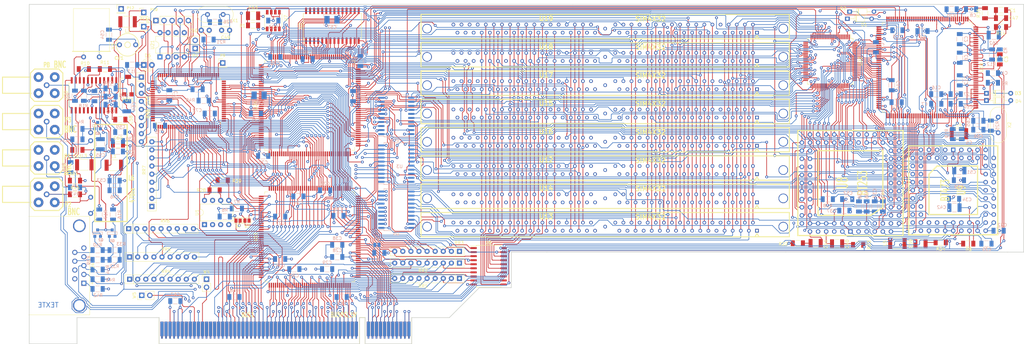
<source format=kicad_pcb>
(kicad_pcb (version 20211014) (generator pcbnew)

  (general
    (thickness 1.6002)
  )

  (paper "A3")
  (title_block
    (title "KiCad demo")
    (date "2015-10-14")
    (rev "1.A")
  )

  (layers
    (0 "F.Cu" signal "top_copper")
    (1 "In1.Cu" signal "GND_layer")
    (2 "In2.Cu" signal "VCC_layer")
    (31 "B.Cu" signal "bottom_copper")
    (32 "B.Adhes" user "B.Adhesive")
    (33 "F.Adhes" user "F.Adhesive")
    (34 "B.Paste" user)
    (35 "F.Paste" user)
    (36 "B.SilkS" user "B.Silkscreen")
    (37 "F.SilkS" user "F.Silkscreen")
    (38 "B.Mask" user)
    (39 "F.Mask" user)
    (40 "Dwgs.User" user "User.Drawings")
    (41 "Cmts.User" user "User.Comments")
    (42 "Eco1.User" user "User.Eco1")
    (43 "Eco2.User" user "User.Eco2")
    (44 "Edge.Cuts" user)
    (45 "Margin" user)
    (46 "B.CrtYd" user "B.Courtyard")
    (47 "F.CrtYd" user "F.Courtyard")
    (48 "B.Fab" user)
    (49 "F.Fab" user)
  )

  (setup
    (stackup
      (layer "F.SilkS" (type "Top Silk Screen") (color "White"))
      (layer "F.Paste" (type "Top Solder Paste"))
      (layer "F.Mask" (type "Top Solder Mask") (color "Green") (thickness 0.01))
      (layer "F.Cu" (type "copper") (thickness 0.035))
      (layer "dielectric 1" (type "core") (thickness 0.480066) (material "FR4") (epsilon_r 4.5) (loss_tangent 0.02))
      (layer "In1.Cu" (type "copper") (thickness 0.035))
      (layer "dielectric 2" (type "prepreg") (thickness 0.480066) (material "FR4") (epsilon_r 4.5) (loss_tangent 0.02))
      (layer "In2.Cu" (type "copper") (thickness 0.035))
      (layer "dielectric 3" (type "core") (thickness 0.480066) (material "FR4") (epsilon_r 4.5) (loss_tangent 0.02))
      (layer "B.Cu" (type "copper") (thickness 0.035))
      (layer "B.Mask" (type "Bottom Solder Mask") (color "Green") (thickness 0.01))
      (layer "B.Paste" (type "Bottom Solder Paste"))
      (layer "B.SilkS" (type "Bottom Silk Screen") (color "White"))
      (copper_finish "HAL lead-free")
      (dielectric_constraints no)
    )
    (pad_to_mask_clearance 0)
    (aux_axis_origin 40.9 173.1)
    (pcbplotparams
      (layerselection 0x00010fc_ffffffff)
      (disableapertmacros false)
      (usegerberextensions false)
      (usegerberattributes true)
      (usegerberadvancedattributes true)
      (creategerberjobfile true)
      (svguseinch false)
      (svgprecision 6)
      (excludeedgelayer false)
      (plotframeref false)
      (viasonmask false)
      (mode 1)
      (useauxorigin false)
      (hpglpennumber 1)
      (hpglpenspeed 20)
      (hpglpendiameter 15.000000)
      (dxfpolygonmode true)
      (dxfimperialunits true)
      (dxfusepcbnewfont true)
      (psnegative false)
      (psa4output false)
      (plotreference true)
      (plotvalue true)
      (plotinvisibletext false)
      (sketchpadsonfab false)
      (subtractmaskfromsilk false)
      (outputformat 1)
      (mirror false)
      (drillshape 0)
      (scaleselection 1)
      (outputdirectory "plots")
    )
  )

  (net 0 "")
  (net 1 "+12V")
  (net 2 "+3.3V")
  (net 3 "+5F")
  (net 4 "/ESVIDEO-RVB/OE_RVB-")
  (net 5 "/ESVIDEO-RVB/REF+")
  (net 6 "/ESVIDEO-RVB/VAA")
  (net 7 "/buspci.sch/EA1")
  (net 8 "/buspci.sch/EA10")
  (net 9 "/buspci.sch/EA11")
  (net 10 "/buspci.sch/EA12")
  (net 11 "/buspci.sch/EA13")
  (net 12 "/buspci.sch/EA14")
  (net 13 "/buspci.sch/EA15")
  (net 14 "/buspci.sch/EA2")
  (net 15 "/buspci.sch/EA3")
  (net 16 "/buspci.sch/EA4")
  (net 17 "/buspci.sch/EA5")
  (net 18 "/buspci.sch/EA6")
  (net 19 "/buspci.sch/EA7")
  (net 20 "/buspci.sch/EA9")
  (net 21 "/buspci.sch/EQ0")
  (net 22 "/buspci.sch/EQ1")
  (net 23 "/buspci.sch/EQ2")
  (net 24 "/buspci.sch/EQ3")
  (net 25 "/buspci.sch/EQ4")
  (net 26 "/buspci.sch/EQ5")
  (net 27 "/buspci.sch/EQ6")
  (net 28 "/buspci.sch/EQ7")
  (net 29 "/buspci.sch/P_AD0")
  (net 30 "/buspci.sch/P_AD1")
  (net 31 "/buspci.sch/P_AD10")
  (net 32 "/buspci.sch/P_AD11")
  (net 33 "/buspci.sch/P_AD12")
  (net 34 "/buspci.sch/P_AD13")
  (net 35 "/buspci.sch/P_AD14")
  (net 36 "/buspci.sch/P_AD15")
  (net 37 "/buspci.sch/P_AD16")
  (net 38 "/buspci.sch/P_AD17")
  (net 39 "/buspci.sch/P_AD18")
  (net 40 "/buspci.sch/P_AD19")
  (net 41 "/buspci.sch/P_AD2")
  (net 42 "/buspci.sch/P_AD20")
  (net 43 "/buspci.sch/P_AD21")
  (net 44 "/buspci.sch/P_AD22")
  (net 45 "/buspci.sch/P_AD23")
  (net 46 "/buspci.sch/P_AD24")
  (net 47 "/buspci.sch/P_AD25")
  (net 48 "/buspci.sch/P_AD26")
  (net 49 "/buspci.sch/P_AD27")
  (net 50 "/buspci.sch/P_AD28")
  (net 51 "/buspci.sch/P_AD29")
  (net 52 "/buspci.sch/P_AD3")
  (net 53 "/buspci.sch/P_AD30")
  (net 54 "/buspci.sch/P_AD31")
  (net 55 "/buspci.sch/P_AD4")
  (net 56 "/buspci.sch/P_AD5")
  (net 57 "/buspci.sch/P_AD6")
  (net 58 "/buspci.sch/P_AD7")
  (net 59 "/buspci.sch/P_AD8")
  (net 60 "/buspci.sch/P_AD9")
  (net 61 "unconnected-(BUS1-PadA1)")
  (net 62 "unconnected-(BUS1-PadA3)")
  (net 63 "unconnected-(BUS1-PadA7)")
  (net 64 "unconnected-(BUS1-PadA9)")
  (net 65 "/buspci.sch/P_CLK")
  (net 66 "/buspci.sch/P_DEVSEL#")
  (net 67 "/buspci.sch/P_FRAME#")
  (net 68 "/buspci.sch/P_GNT#")
  (net 69 "/buspci.sch/P_IDSEL")
  (net 70 "/buspci.sch/P_INTA#")
  (net 71 "/buspci.sch/P_IRDY#")
  (net 72 "/buspci.sch/P_LOCK#")
  (net 73 "/buspci.sch/P_PAR")
  (net 74 "/buspci.sch/P_PERR#")
  (net 75 "/buspci.sch/P_REQ#")
  (net 76 "/buspci.sch/P_RST#")
  (net 77 "/buspci.sch/P_SERR#")
  (net 78 "/buspci.sch/P_STOP#")
  (net 79 "/buspci.sch/P_TRDY#")
  (net 80 "/graphic/14MHZOUT")
  (net 81 "/graphic/CCLK")
  (net 82 "/graphic/CLK10MHz")
  (net 83 "/graphic/CSIO-")
  (net 84 "/graphic/DIN")
  (net 85 "/graphic/DONE")
  (net 86 "/graphic/HDOUT")
  (net 87 "/graphic/HDREFOUT")
  (net 88 "/graphic/IA0")
  (net 89 "/graphic/IA1")
  (net 90 "/graphic/IA2")
  (net 91 "/graphic/IA3")
  (net 92 "/graphic/IA4")
  (net 93 "/graphic/IA5")
  (net 94 "/graphic/IA6")
  (net 95 "/graphic/IA7")
  (net 96 "/graphic/IA8")
  (net 97 "/graphic/IA9")
  (net 98 "/graphic/ICAS-")
  (net 99 "/graphic/ID0")
  (net 100 "/graphic/ID1")
  (net 101 "/graphic/ID2")
  (net 102 "/graphic/ID3")
  (net 103 "/graphic/IOE-")
  (net 104 "/graphic/IRAS-")
  (net 105 "/graphic/IWR-")
  (net 106 "/graphic/LED")
  (net 107 "/graphic/PROG*")
  (net 108 "/graphic/RESERV1")
  (net 109 "/graphic/VOSC")
  (net 110 "/graphic/XTAL_I")
  (net 111 "/graphic/X_DIN")
  (net 112 "/modul/CHROM")
  (net 113 "/modul/CVBS")
  (net 114 "/modul/LUM")
  (net 115 "/pal-ntsc.sch/C-VIDEO")
  (net 116 "/pal-ntsc.sch/VAF")
  (net 117 "/pal-ntsc.sch/Y-VIDEO")
  (net 118 "/pal-ntsc.sch/Y_SYNC")
  (net 119 "GND")
  (net 120 "unconnected-(BUS1-PadA11)")
  (net 121 "unconnected-(BUS1-PadA14)")
  (net 122 "Net-(BUS1-PadA4)")
  (net 123 "unconnected-(BUS1-PadA19)")
  (net 124 "unconnected-(BUS1-PadA40)")
  (net 125 "Net-(BUS1-PadB9)")
  (net 126 "unconnected-(BUS1-PadA41)")
  (net 127 "Net-(BUS1-PadB11)")
  (net 128 "/buspci.sch/P_C{slash}BE0#")
  (net 129 "unconnected-(BUS1-PadA60)")
  (net 130 "unconnected-(BUS1-PadB1)")
  (net 131 "unconnected-(BUS1-PadB2)")
  (net 132 "unconnected-(BUS1-PadB7)")
  (net 133 "unconnected-(BUS1-PadB8)")
  (net 134 "unconnected-(BUS1-PadB10)")
  (net 135 "unconnected-(BUS1-PadB14)")
  (net 136 "/buspci.sch/P_C{slash}BE3#")
  (net 137 "/buspci.sch/P_C{slash}BE2#")
  (net 138 "/buspci.sch/P_C{slash}BE1#")
  (net 139 "unconnected-(BUS1-PadB60)")
  (net 140 "Net-(C1-Pad1)")
  (net 141 "Net-(C1-Pad2)")
  (net 142 "Net-(C3-Pad1)")
  (net 143 "Net-(C4-Pad1)")
  (net 144 "Net-(C5-Pad1)")
  (net 145 "Net-(C5-Pad2)")
  (net 146 "Net-(C6-Pad1)")
  (net 147 "Net-(C7-Pad1)")
  (net 148 "Net-(C8-Pad1)")
  (net 149 "Net-(C8-Pad2)")
  (net 150 "Net-(C16-Pad1)")
  (net 151 "Net-(C32-Pad2)")
  (net 152 "Net-(C34-Pad2)")
  (net 153 "Net-(C35-Pad2)")
  (net 154 "Net-(C36-Pad1)")
  (net 155 "Net-(C36-Pad2)")
  (net 156 "Net-(C39-Pad1)")
  (net 157 "Net-(C39-Pad2)")
  (net 158 "Net-(C40-Pad1)")
  (net 159 "Net-(C40-Pad2)")
  (net 160 "Net-(C41-Pad1)")
  (net 161 "Net-(C41-Pad2)")
  (net 162 "Net-(C43-Pad1)")
  (net 163 "Net-(C44-Pad1)")
  (net 164 "Net-(C45-Pad1)")
  (net 165 "Net-(C46-Pad1)")
  (net 166 "Net-(C48-Pad2)")
  (net 167 "Net-(C49-Pad1)")
  (net 168 "Net-(C54-Pad1)")
  (net 169 "Net-(C58-Pad1)")
  (net 170 "Net-(C59-Pad1)")
  (net 171 "Net-(C60-Pad1)")
  (net 172 "Net-(C61-Pad1)")
  (net 173 "Net-(C61-Pad2)")
  (net 174 "Net-(C65-Pad2)")
  (net 175 "Net-(C66-Pad2)")
  (net 176 "Net-(CV1-Pad1)")
  (net 177 "Net-(D6-Pad1)")
  (net 178 "Net-(L1-Pad1)")
  (net 179 "Net-(L6-Pad1)")
  (net 180 "Net-(L6-Pad2)")
  (net 181 "Net-(P4-Pad1)")
  (net 182 "Net-(P9-Pad1)")
  (net 183 "Net-(P10-Pad1)")
  (net 184 "Net-(P11-Pad1)")
  (net 185 "Net-(POT1-Pad1)")
  (net 186 "Net-(Q1-Pad1)")
  (net 187 "Net-(Q1-Pad2)")
  (net 188 "Net-(Q2-Pad1)")
  (net 189 "Net-(Q2-Pad2)")
  (net 190 "Net-(Q3-Pad1)")
  (net 191 "Net-(Q3-Pad2)")
  (net 192 "Net-(R4-Pad1)")
  (net 193 "Net-(R5-Pad1)")
  (net 194 "Net-(R6-Pad1)")
  (net 195 "Net-(R7-Pad1)")
  (net 196 "Net-(R9-Pad2)")
  (net 197 "Net-(R10-Pad2)")
  (net 198 "Net-(R19-Pad2)")
  (net 199 "Net-(R27-Pad1)")
  (net 200 "Net-(R28-Pad2)")
  (net 201 "Net-(R29-Pad2)")
  (net 202 "Net-(R36-Pad2)")
  (net 203 "Net-(R38-Pad1)")
  (net 204 "Net-(U8-Pad58)")
  (net 205 "Net-(U8-Pad60)")
  (net 206 "Net-(U8-Pad62)")
  (net 207 "Net-(U20-Pad23)")
  (net 208 "+5V")
  (net 209 "/GREEN_IN")
  (net 210 "/RED_IN")
  (net 211 "/RED_OUT")
  (net 212 "/GREEN_OUT")
  (net 213 "/BLUE_OUT")
  (net 214 "/C_OUT")
  (net 215 "/Y_OUT")
  (net 216 "/BLUE_IN")
  (net 217 "/CSYNC-OUT")
  (net 218 "/IRQ_SRL")
  (net 219 "/SELECT-")
  (net 220 "/modul/CVBSOUT")
  (net 221 "/{slash}PCWR")
  (net 222 "/PTATN-")
  (net 223 "/X_IRQ")
  (net 224 "/PTADR-")
  (net 225 "/RDFIFO-")
  (net 226 "/WRFIFDO-")
  (net 227 "/PTRDY-")
  (net 228 "/ACCES_RAM-")
  (net 229 "/WRITE_RAM")
  (net 230 "/CSYNCIN-")
  (net 231 "/RDCAD-")
  (net 232 "/WRCAD-")
  (net 233 "/CLAMP")
  (net 234 "/CLKCAD")
  (net 235 "/BLANK-")
  (net 236 "/CLKCDA")
  (net 237 "/RDCDA-")
  (net 238 "/WRCDA-")
  (net 239 "/OE_PAL-")
  (net 240 "/VD_PAL-")
  (net 241 "/HD_PAL-")
  (net 242 "/BT812_WR-")
  (net 243 "/BT812_RD-")
  (net 244 "/SYSRST-")
  (net 245 "/F_PALIN")
  (net 246 "/PTNUM1")
  (net 247 "/PTNUM0")
  (net 248 "/IRQ-")
  (net 249 "/BPCLK")
  (net 250 "/WRFULL")
  (net 251 "/RDEMPTY")
  (net 252 "/PTWR")
  (net 253 "/PTBURST")
  (net 254 "/RAS5-")
  (net 255 "/CAS0-")
  (net 256 "/CAS1-")
  (net 257 "/CAS2-")
  (net 258 "/CAS3-")
  (net 259 "/WRAM-")
  (net 260 "/RAS7-")
  (net 261 "/RAS6-")
  (net 262 "/RAS3-")
  (net 263 "/RAS4-")
  (net 264 "/RAS2-")
  (net 265 "/RAS1-")
  (net 266 "/RAS0-")
  (net 267 "/X_PROG-")
  (net 268 "/X_DATA")
  (net 269 "/X_CLK")
  (net 270 "/ACQ_ON")
  (net 271 "/X_DONE")
  (net 272 "/{slash}PCRD")
  (net 273 "/DQ29")
  (net 274 "/DQ30")
  (net 275 "/DQ31")
  (net 276 "/DQ26")
  (net 277 "/DQ27")
  (net 278 "/DQ28")
  (net 279 "/DQ25")
  (net 280 "/DQ24")
  (net 281 "/DQ17")
  (net 282 "/DQ16")
  (net 283 "/DQ23")
  (net 284 "/DQ22")
  (net 285 "/DQ21")
  (net 286 "/DQ19")
  (net 287 "/DQ18")
  (net 288 "/DQ20")
  (net 289 "/DQ7")
  (net 290 "/DQ6")
  (net 291 "/DQ5")
  (net 292 "/DQ4")
  (net 293 "/DQ3")
  (net 294 "/DQ2")
  (net 295 "/DQ1")
  (net 296 "/DQ0")
  (net 297 "/DQ8")
  (net 298 "/DQ9")
  (net 299 "/DQ10")
  (net 300 "/DQ11")
  (net 301 "/DQ12")
  (net 302 "/DQ13")
  (net 303 "/DQ14")
  (net 304 "/DQ15")
  (net 305 "/TVRAM0")
  (net 306 "/TVRAM1")
  (net 307 "/TVRAM2")
  (net 308 "/TVRAM3")
  (net 309 "/TVRAM4")
  (net 310 "/TVRAM5")
  (net 311 "/TVRAM6")
  (net 312 "/TVRAM7")
  (net 313 "/TVRAM8")
  (net 314 "/TVRAM9")
  (net 315 "/TVRAM10")
  (net 316 "/TVRAM11")
  (net 317 "/TVRAM12")
  (net 318 "/TVRAM13")
  (net 319 "/TVRAM14")
  (net 320 "/TVRAM15")
  (net 321 "/TVRAM16")
  (net 322 "/TVRAM17")
  (net 323 "/TVRAM18")
  (net 324 "/TVRAM19")
  (net 325 "/TVRAM20")
  (net 326 "/TVRAM21")
  (net 327 "/TVRAM22")
  (net 328 "/TVRAM23")
  (net 329 "/TVRAM24")
  (net 330 "/TVRAM25")
  (net 331 "/TVRAM26")
  (net 332 "/TVRAM27")
  (net 333 "/TVRAM28")
  (net 334 "/TVRAM29")
  (net 335 "/TVRAM30")
  (net 336 "/TVRAM31")
  (net 337 "/PCA0")
  (net 338 "/PCA1")
  (net 339 "/PCA2")
  (net 340 "/TVB7")
  (net 341 "/TVB6")
  (net 342 "/TVB5")
  (net 343 "/TVB4")
  (net 344 "/TVB3")
  (net 345 "/TVB2")
  (net 346 "/TVB1")
  (net 347 "/TVB0")
  (net 348 "/TVG7")
  (net 349 "/TVG6")
  (net 350 "/TVG5")
  (net 351 "/TVG4")
  (net 352 "/TVG3")
  (net 353 "/TVG2")
  (net 354 "/TVG1")
  (net 355 "/TVG0")
  (net 356 "/TVR7")
  (net 357 "/TVR6")
  (net 358 "/TVR5")
  (net 359 "/TVR4")
  (net 360 "/TVR3")
  (net 361 "/TVR2")
  (net 362 "/TVR1")
  (net 363 "/TVR0")
  (net 364 "/TVI0")
  (net 365 "/TVI1")
  (net 366 "/ADR6")
  (net 367 "/ADR2")
  (net 368 "/ADR3")
  (net 369 "/ADR4")
  (net 370 "/ADR5")
  (net 371 "/BE-1")
  (net 372 "/BE-2")
  (net 373 "/BE-3")
  (net 374 "/PTBE-3")
  (net 375 "/PTBE-2")
  (net 376 "/PTBE-1")
  (net 377 "/PTBE-0")
  (net 378 "/BE-0")
  (net 379 "/MXA0")
  (net 380 "/MXA1")
  (net 381 "/MXA2")
  (net 382 "/MXA3")
  (net 383 "/MXA4")
  (net 384 "/MXA5")
  (net 385 "/MXA6")
  (net 386 "/MXA10")
  (net 387 "/MXA7")
  (net 388 "/MXA8")
  (net 389 "/MXA9")
  (net 390 "unconnected-(U7-Pad8)")
  (net 391 "unconnected-(U8-Pad4)")
  (net 392 "unconnected-(U8-Pad5)")
  (net 393 "unconnected-(U8-Pad74)")
  (net 394 "unconnected-(U8-Pad77)")
  (net 395 "unconnected-(U8-Pad81)")
  (net 396 "unconnected-(U9-Pad5)")
  (net 397 "unconnected-(U9-Pad6)")
  (net 398 "unconnected-(U9-Pad27)")
  (net 399 "unconnected-(U9-Pad30)")
  (net 400 "unconnected-(U10-Pad25)")
  (net 401 "unconnected-(U10-Pad26)")
  (net 402 "unconnected-(U10-Pad27)")
  (net 403 "unconnected-(U10-Pad28)")
  (net 404 "unconnected-(U10-Pad29)")
  (net 405 "unconnected-(U10-Pad32)")
  (net 406 "unconnected-(U10-Pad33)")
  (net 407 "unconnected-(U10-Pad35)")
  (net 408 "unconnected-(U10-Pad37)")
  (net 409 "unconnected-(U10-Pad38)")
  (net 410 "unconnected-(U10-Pad101)")
  (net 411 "unconnected-(U10-Pad105)")
  (net 412 "unconnected-(U10-Pad106)")
  (net 413 "unconnected-(U10-Pad107)")
  (net 414 "unconnected-(U10-Pad127)")
  (net 415 "unconnected-(U10-Pad129)")
  (net 416 "unconnected-(U10-Pad131)")
  (net 417 "unconnected-(U10-Pad150)")
  (net 418 "unconnected-(U10-Pad152)")
  (net 419 "unconnected-(U10-Pad154)")
  (net 420 "unconnected-(U12-Pad67)")
  (net 421 "unconnected-(U12-Pad68)")
  (net 422 "unconnected-(U12-Pad69)")
  (net 423 "unconnected-(U12-Pad70)")
  (net 424 "unconnected-(U13-Pad67)")
  (net 425 "unconnected-(U13-Pad68)")
  (net 426 "unconnected-(U13-Pad69)")
  (net 427 "unconnected-(U13-Pad70)")
  (net 428 "unconnected-(U14-Pad67)")
  (net 429 "unconnected-(U14-Pad68)")
  (net 430 "unconnected-(U14-Pad69)")
  (net 431 "unconnected-(U14-Pad70)")
  (net 432 "unconnected-(U15-Pad67)")
  (net 433 "unconnected-(U15-Pad68)")
  (net 434 "unconnected-(U15-Pad69)")
  (net 435 "unconnected-(U15-Pad70)")
  (net 436 "unconnected-(U16-Pad67)")
  (net 437 "unconnected-(U16-Pad68)")
  (net 438 "unconnected-(U16-Pad69)")
  (net 439 "unconnected-(U16-Pad70)")
  (net 440 "unconnected-(U17-Pad67)")
  (net 441 "unconnected-(U17-Pad68)")
  (net 442 "unconnected-(U17-Pad69)")
  (net 443 "unconnected-(U17-Pad70)")
  (net 444 "unconnected-(U18-Pad67)")
  (net 445 "unconnected-(U18-Pad68)")
  (net 446 "unconnected-(U18-Pad69)")
  (net 447 "unconnected-(U18-Pad70)")
  (net 448 "unconnected-(U19-Pad67)")
  (net 449 "unconnected-(U19-Pad68)")
  (net 450 "unconnected-(U19-Pad69)")
  (net 451 "unconnected-(U19-Pad70)")
  (net 452 "unconnected-(U20-Pad1)")
  (net 453 "unconnected-(U20-Pad3)")
  (net 454 "unconnected-(U20-Pad4)")
  (net 455 "unconnected-(U20-Pad5)")
  (net 456 "unconnected-(U21-Pad6)")
  (net 457 "unconnected-(U22-Pad3)")
  (net 458 "unconnected-(U22-Pad4)")
  (net 459 "unconnected-(U22-Pad5)")
  (net 460 "unconnected-(U22-Pad6)")
  (net 461 "unconnected-(U22-Pad10)")
  (net 462 "unconnected-(U22-Pad14)")
  (net 463 "unconnected-(U22-Pad15)")
  (net 464 "unconnected-(U22-Pad16)")
  (net 465 "unconnected-(U22-Pad27)")
  (net 466 "unconnected-(U22-Pad30)")
  (net 467 "unconnected-(U22-Pad65)")
  (net 468 "unconnected-(U22-Pad66)")
  (net 469 "unconnected-(U22-Pad73)")
  (net 470 "unconnected-(U22-Pad76)")
  (net 471 "unconnected-(U23-Pad2)")
  (net 472 "unconnected-(U23-Pad31)")
  (net 473 "unconnected-(U23-Pad33)")
  (net 474 "unconnected-(U23-Pad49)")
  (net 475 "unconnected-(U23-Pad50)")
  (net 476 "unconnected-(U23-Pad58)")
  (net 477 "unconnected-(U23-Pad60)")
  (net 478 "unconnected-(U23-Pad62)")
  (net 479 "unconnected-(U23-Pad68)")
  (net 480 "unconnected-(U23-Pad76)")
  (net 481 "unconnected-(U23-Pad79)")
  (net 482 "unconnected-(U23-Pad98)")
  (net 483 "unconnected-(U23-Pad99)")
  (net 484 "unconnected-(U23-Pad100)")
  (net 485 "unconnected-(U24-Pad84)")
  (net 486 "unconnected-(U24-Pad121)")

  (footprint "Connectors:BUSPCI" (layer "F.Cu") (at 158.115 158.75))

  (footprint "Resistor_SMD:R_1206_3216Metric_Pad1.24x1.80mm_HandSolder" (layer "F.Cu") (at 358.521 58.293))

  (footprint "Resistor_SMD:R_1206_3216Metric_Pad1.24x1.80mm_HandSolder" (layer "F.Cu") (at 358.14 73.787 -90))

  (footprint "Resistor_SMD:R_1210_3225Metric_Pad1.24x2.70mm_HandSolder" (layer "F.Cu") (at 333.248 131.699))

  (footprint "Resistor_SMD:R_1210_3225Metric_Pad1.24x2.70mm_HandSolder" (layer "F.Cu") (at 307.086 131.699))

  (footprint "Resistor_SMD:R_1210_3225Metric_Pad1.24x2.70mm_HandSolder" (layer "F.Cu") (at 300.355 131.572 180))

  (footprint "Resistor_SMD:R_1206_3216Metric_Pad1.24x1.80mm_HandSolder" (layer "F.Cu") (at 358.521 60.833))

  (footprint "Capacitor_THT:C_Disc_D3.0mm_W2.0mm_P2.50mm" (layer "F.Cu") (at 116.459 64.643 180))

  (footprint "Capacitor_THT:C_Disc_D3.0mm_W2.0mm_P2.50mm" (layer "F.Cu") (at 107.569 64.643))

  (footprint "Resistor_SMD:R_1206_3216Metric_Pad1.24x1.80mm_HandSolder" (layer "F.Cu") (at 82.169 92.71))

  (footprint "Resistor_SMD:R_1206_3216Metric_Pad1.24x1.80mm_HandSolder" (layer "F.Cu") (at 81.432003 100.609389))

  (footprint "Resistor_SMD:R_1206_3216Metric_Pad1.24x1.80mm_HandSolder" (layer "F.Cu") (at 68.707 102.235 180))

  (footprint "Resistor_SMD:R_1210_3225Metric_Pad1.24x2.70mm_HandSolder" (layer "F.Cu") (at 123.825 60.092628))

  (footprint "footprints:CV3-30PF" (layer "F.Cu") (at 84.455 69.215 180))

  (footprint "Diode_THT:D_DO-34_SOD68_P7.62mm_Horizontal" (layer "F.Cu") (at 310.300142 61.039361))

  (footprint "Diode_THT:D_DO-34_SOD68_P7.62mm_Horizontal" (layer "F.Cu") (at 311.023 58.801))

  (footprint "Diode_THT:D_DO-34_SOD68_P7.62mm_Horizontal" (layer "F.Cu") (at 353.949 84.455))

  (footprint "Diode_THT:D_DO-34_SOD68_P7.62mm_Horizontal" (layer "F.Cu") (at 353.949 86.719165))

  (footprint "footprints:LED_D3.0mm" (layer "F.Cu") (at 89.535 75.565))

  (footprint "Resistor_SMD:R_1812_4532Metric_Pad1.24x3.50mm_HandSolder" (layer "F.Cu") (at 80.137 107.061))

  (footprint "Resistor_SMD:R_1812_4532Metric_Pad1.24x3.50mm_HandSolder" (layer "F.Cu") (at 84.455 61.976 180))

  (footprint "Resistor_SMD:R_1812_4532Metric_Pad1.24x3.50mm_HandSolder" (layer "F.Cu") (at 70.866 106.934))

  (footprint "Resistor_SMD:R_1812_4532Metric_Pad1.24x3.50mm_HandSolder" (layer "F.Cu") (at 345.313 97.155))

  (footprint "Resistor_SMD:R_1812_4532Metric_Pad1.24x3.50mm_HandSolder" (layer "F.Cu") (at 326.009 131.572 180))

  (footprint "footprints:LRTDK" (layer "F.Cu") (at 72.873768 109.506012 -90))

  (footprint "footprints:subclick" (layer "F.Cu") (at 59.055 104.775 180))

  (footprint "footprints:subclick" (layer "F.Cu") (at 59.055 116.205 180))

  (footprint "footprints:subclick" (layer "F.Cu") (at 59.055 93.345 180))

  (footprint "Connector_PinHeader_2.54mm:PinHeader_1x02_P2.54mm_Vertical" (layer "F.Cu") (at 105.664 70.358 180))

  (footprint "Connector_PinHeader_2.54mm:PinHeader_1x05_P2.54mm_Vertical" (layer "F.Cu") (at 93.345 61.595 90))

  (footprint "footprints:subclick" (layer "F.Cu") (at 59.055 81.915 180))

  (footprint "Connector_PinHeader_2.54mm:PinHeader_1x01_P2.54mm_Vertical" (layer "F.Cu") (at 114.3 74.93))

  (footprint "Connector_PinHeader_2.54mm:PinHeader_1x01_P2.54mm_Vertical" (layer "F.Cu") (at 89.535 59.055))

  (footprint "Connector_PinHeader_2.54mm:PinHeader_1x01_P2.54mm_Vertical" (layer "F.Cu") (at 89.535 63.5))

  (footprint "Connector_PinHeader_2.54mm:PinHeader_1x01_P2.54mm_Vertical" (layer "F.Cu") (at 82.423 57.912))

  (footprint "Potentiometer_SMD:Potentiometer_Bourns_3314G_Vertical" (layer "F.Cu") (at 84.539957 82.042 180))

  (footprint "Resistor_SMD:R_1206_3216Metric_Pad1.24x1.80mm_HandSolder" (layer "F.Cu") (at 123.825 63.119))

  (footprint "Resistor_SMD:R_1206_3216Metric_Pad1.24x1.80mm_HandSolder" (layer "F.Cu") (at 67.945 111.887))

  (footprint "Resistor_SMD:R_1206_3216Metric_Pad1.24x1.80mm_HandSolder" (layer "F.Cu") (at 348.234 131.699 180))

  (footprint "Resistor_SMD:R_1206_3216Metric_Pad1.24x1.80mm_HandSolder" (layer "F.Cu") (at 70.739 76.835 180))

  (footprint "Resistor_SMD:R_1206_3216Metric_Pad1.24x1.80mm_HandSolder" (layer "F.Cu")
    (tedit 59FE48B8) (tstamp 00000000-0000-0000-0000-00005402cf8c)
    (at 77.343 76.835)
    (descr "Resistor SMD 1206 (3216 Metric), square (rectangular) end terminal, IPC_7351 nominal with elongated pad for handsoldering. (Body size source: http://www.tortai-tech.com/upload/download/2011102023233369053.pdf), generated with kicad-footprint-generator")
    (tags "resistor handsolder")
    (property "Sheetfile" "modul.kicad_sch")
    (property "Sheetname" "modul")
    (path "/00000000-0000-0000-0000-00004bf0367f/00000000-0000-0000-0000-000022760fbc")
    (attr smd)
    (fp_text reference "R11" (at 0 -2.05) (layer "F.SilkS")
      (effects (font (size 1 1) (thickness 0.15)))
      (tstamp 9e33a36a-23a4-48af-b4de-45924ae32311)
    )
    (fp_text value "1K" (at 0 2.05) (layer "F.Fab")
      (effects (font (size 1 1) (thickness 0.15)))
      (tstamp 23ab34e6-739d-4b59-88a8-8cdf46e61c84)
    )
    (fp_text user "${REFERENCE}" (at 0 0) (layer "F.Fab")
      (effects (font (size 0.8 0.8) (thickness 0.12)))
      (tstamp 667f191b-b248-440a-affc-fbc09fbdc628)
    )
    (fp_line (start -0.65 -0.91) (end 0.65 -0.91) (layer "F.SilkS") (width 0.12) (tstamp
... [7205676 chars truncated]
</source>
